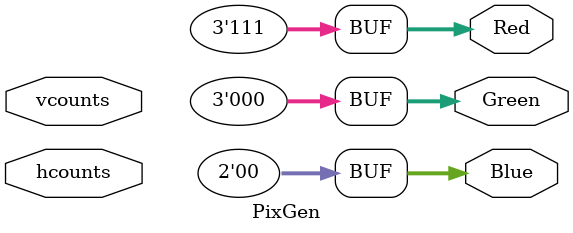
<source format=v>
`timescale 1ns / 1ps
module PixGen(
		hcounts,
		vcounts,
		Red,
		Green,
		Blue
    );
	 
input[9:0] hcounts,vcounts;
output[2:0] Red,Green;
output[1:0] Blue;
	 
assign Red[2:0]=3'b111;
assign Green[2:0]=3'b000;
assign Blue[1:0]=2'b0;
endmodule

</source>
